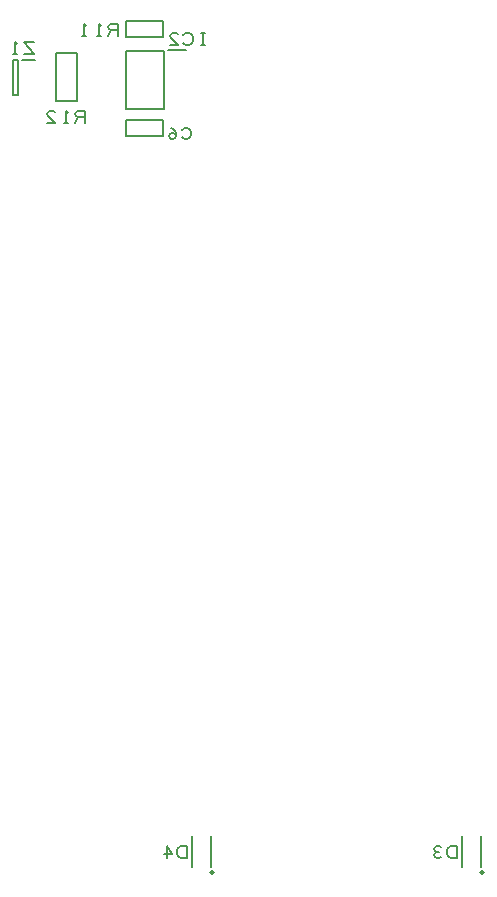
<source format=gbo>
G04 EasyPC Gerber Version 21.0.3 Build 4286 *
%FSLAX35Y35*%
%MOIN*%
%ADD11C,0.00500*%
%ADD75C,0.00787*%
%ADD103C,0.00984*%
X0Y0D02*
D02*
D11*
X76750Y340687D02*
X73625D01*
X76750Y336937*
X73625*
X71125D02*
X69875D01*
X70500D02*
Y340687D01*
X71125Y340063*
X91250Y337000D02*
Y321000D01*
X84250*
Y337000*
X91250*
X93750Y313937D02*
Y317687D01*
X91563*
X90937Y317375*
X90625Y316750*
X90937Y316125*
X91563Y315813*
X93750*
X91563D02*
X90625Y313937D01*
X88125D02*
X86875D01*
X87500D02*
Y317687D01*
X88125Y317063*
X81250Y313937D02*
X83750D01*
X81563Y316125*
X81250Y316750*
X81563Y317375*
X82187Y317687*
X83125*
X83750Y317375*
X104750Y342937D02*
Y346687D01*
X102563*
X101937Y346375*
X101625Y345750*
X101937Y345125*
X102563Y344813*
X104750*
X102563D02*
X101625Y342937D01*
X99125D02*
X97875D01*
X98500D02*
Y346687D01*
X99125Y346063*
X94125Y342937D02*
X92875D01*
X93500D02*
Y346687D01*
X94125Y346063*
X107600Y314650D02*
Y309350D01*
X119900*
Y314650*
X107600*
Y347650D02*
Y342350D01*
X119900*
Y347650*
X107600*
X127750Y68937D02*
Y72687D01*
X125875*
X125250Y72375*
X124937Y72063*
X124625Y71437*
Y70187*
X124937Y69563*
X125250Y69250*
X125875Y68937*
X127750*
X121187D02*
Y72687D01*
X122750Y70187*
X120250*
X126125Y309063D02*
X126437Y308750D01*
X127063Y308437*
X128000*
X128625Y308750*
X128937Y309063*
X129250Y309687*
Y310937*
X128937Y311563*
X128625Y311875*
X128000Y312187*
X127063*
X126437Y311875*
X126125Y311563*
X124250Y309375D02*
X123937Y310000D01*
X123313Y310313*
X122687*
X122063Y310000*
X121750Y309375*
X122063Y308750*
X122687Y308437*
X123313*
X123937Y308750*
X124250Y309375*
Y310313*
X123937Y311250*
X123313Y311875*
X122687Y312187*
X133813Y339937D02*
X132563D01*
X133187D02*
Y343687D01*
X133813D02*
X132563D01*
X126625Y340563D02*
X126937Y340250D01*
X127563Y339937*
X128500*
X129125Y340250*
X129437Y340563*
X129750Y341187*
Y342437*
X129437Y343063*
X129125Y343375*
X128500Y343687*
X127563*
X126937Y343375*
X126625Y343063*
X122250Y339937D02*
X124750D01*
X122563Y342125*
X122250Y342750*
X122563Y343375*
X123187Y343687*
X124125*
X124750Y343375*
X217750Y68937D02*
Y72687D01*
X215875*
X215250Y72375*
X214937Y72063*
X214625Y71437*
Y70187*
X214937Y69563*
X215250Y69250*
X215875Y68937*
X217750*
X212437Y69250D02*
X211813Y68937D01*
X211187*
X210563Y69250*
X210250Y69875*
X210563Y70500*
X211187Y70813*
X211813*
X211187D02*
X210563Y71125D01*
X210250Y71750*
X210563Y72375*
X211187Y72687*
X211813*
X212437Y72375*
D02*
D75*
X71636Y334709D02*
X69864D01*
Y323291*
X71636*
Y334709*
X77148Y334906D02*
X73014D01*
X120049Y337646D02*
X107451D01*
Y318354*
X120049*
Y337646*
X127431Y338157D02*
X121427D01*
X129600Y65882D02*
Y76118D01*
X135900Y65882D02*
Y76118D01*
X219600Y65882D02*
Y76118D01*
X225900Y65882D02*
Y76118D01*
D02*
D103*
X136215Y64406D02*
G75*
G03Y63421J-492D01*
G01*
Y64406D02*
G75*
G03Y63421J-492D01*
G01*
G75*
G03Y64406J492*
G01*
X226215D02*
G75*
G03Y63421J-492D01*
G01*
Y64406D02*
G75*
G03Y63421J-492D01*
G01*
G75*
G03Y64406J492*
G01*
X0Y0D02*
M02*

</source>
